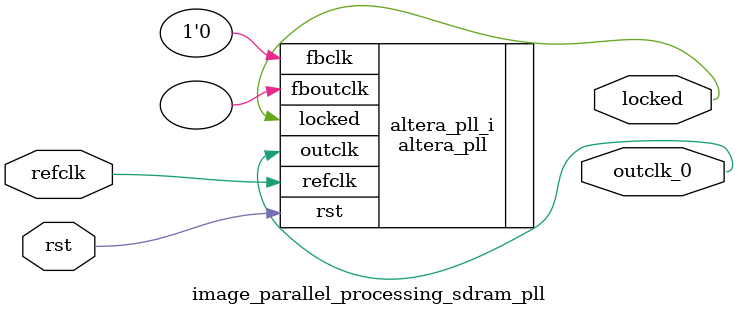
<source format=v>
`timescale 1ns/10ps
module  image_parallel_processing_sdram_pll(

	// interface 'refclk'
	input wire refclk,

	// interface 'reset'
	input wire rst,

	// interface 'outclk0'
	output wire outclk_0,

	// interface 'locked'
	output wire locked
);

	altera_pll #(
		.fractional_vco_multiplier("false"),
		.reference_clock_frequency("50.0 MHz"),
		.operation_mode("direct"),
		.number_of_clocks(1),
		.output_clock_frequency0("200.000000 MHz"),
		.phase_shift0("0 ps"),
		.duty_cycle0(50),
		.output_clock_frequency1("0 MHz"),
		.phase_shift1("0 ps"),
		.duty_cycle1(50),
		.output_clock_frequency2("0 MHz"),
		.phase_shift2("0 ps"),
		.duty_cycle2(50),
		.output_clock_frequency3("0 MHz"),
		.phase_shift3("0 ps"),
		.duty_cycle3(50),
		.output_clock_frequency4("0 MHz"),
		.phase_shift4("0 ps"),
		.duty_cycle4(50),
		.output_clock_frequency5("0 MHz"),
		.phase_shift5("0 ps"),
		.duty_cycle5(50),
		.output_clock_frequency6("0 MHz"),
		.phase_shift6("0 ps"),
		.duty_cycle6(50),
		.output_clock_frequency7("0 MHz"),
		.phase_shift7("0 ps"),
		.duty_cycle7(50),
		.output_clock_frequency8("0 MHz"),
		.phase_shift8("0 ps"),
		.duty_cycle8(50),
		.output_clock_frequency9("0 MHz"),
		.phase_shift9("0 ps"),
		.duty_cycle9(50),
		.output_clock_frequency10("0 MHz"),
		.phase_shift10("0 ps"),
		.duty_cycle10(50),
		.output_clock_frequency11("0 MHz"),
		.phase_shift11("0 ps"),
		.duty_cycle11(50),
		.output_clock_frequency12("0 MHz"),
		.phase_shift12("0 ps"),
		.duty_cycle12(50),
		.output_clock_frequency13("0 MHz"),
		.phase_shift13("0 ps"),
		.duty_cycle13(50),
		.output_clock_frequency14("0 MHz"),
		.phase_shift14("0 ps"),
		.duty_cycle14(50),
		.output_clock_frequency15("0 MHz"),
		.phase_shift15("0 ps"),
		.duty_cycle15(50),
		.output_clock_frequency16("0 MHz"),
		.phase_shift16("0 ps"),
		.duty_cycle16(50),
		.output_clock_frequency17("0 MHz"),
		.phase_shift17("0 ps"),
		.duty_cycle17(50),
		.pll_type("General"),
		.pll_subtype("General")
	) altera_pll_i (
		.rst	(rst),
		.outclk	({outclk_0}),
		.locked	(locked),
		.fboutclk	( ),
		.fbclk	(1'b0),
		.refclk	(refclk)
	);
endmodule


</source>
